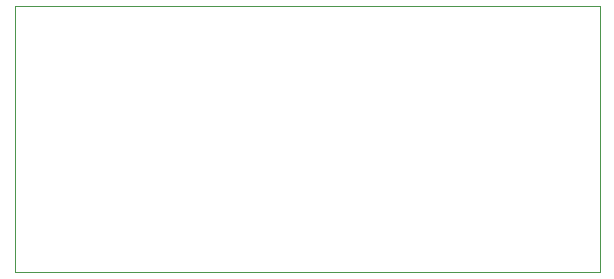
<source format=gbr>
%TF.GenerationSoftware,KiCad,Pcbnew,(6.0.0)*%
%TF.CreationDate,2022-01-04T17:43:04-06:00*%
%TF.ProjectId,minirib-usb,6d696e69-7269-4622-9d75-73622e6b6963,B*%
%TF.SameCoordinates,Original*%
%TF.FileFunction,Profile,NP*%
%FSLAX46Y46*%
G04 Gerber Fmt 4.6, Leading zero omitted, Abs format (unit mm)*
G04 Created by KiCad (PCBNEW (6.0.0)) date 2022-01-04 17:43:04*
%MOMM*%
%LPD*%
G01*
G04 APERTURE LIST*
%TA.AperFunction,Profile*%
%ADD10C,0.050000*%
%TD*%
G04 APERTURE END LIST*
D10*
X172500000Y-112400000D02*
X123000000Y-112400000D01*
X172500000Y-89900000D02*
X172500000Y-112400000D01*
X123000000Y-89900000D02*
X172500000Y-89900000D01*
X123000000Y-112400000D02*
X123000000Y-89900000D01*
M02*

</source>
